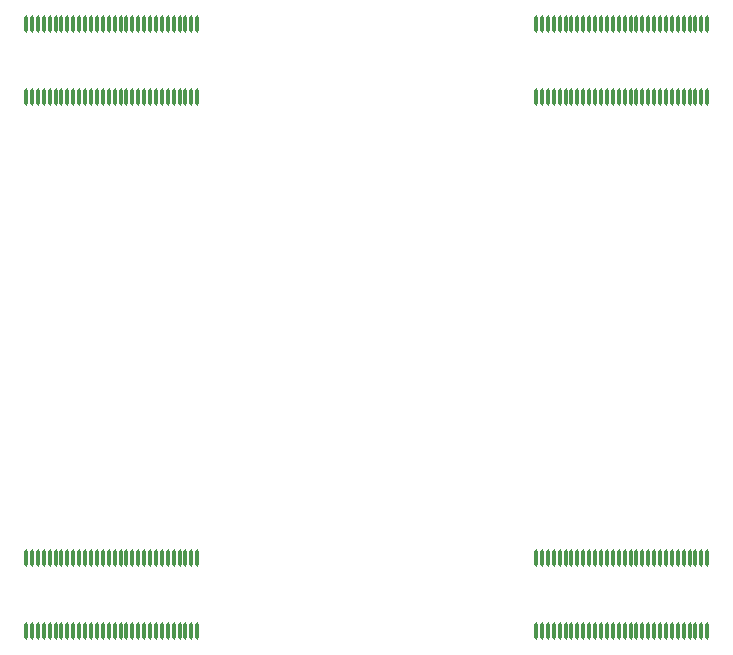
<source format=gbp>
G04 Layer_Color=128*
%FSLAX44Y44*%
%MOMM*%
G71*
G01*
G75*
G04:AMPARAMS|DCode=45|XSize=0.3mm|YSize=1.448mm|CornerRadius=0.15mm|HoleSize=0mm|Usage=FLASHONLY|Rotation=180.000|XOffset=0mm|YOffset=0mm|HoleType=Round|Shape=RoundedRectangle|*
%AMROUNDEDRECTD45*
21,1,0.3000,1.1480,0,0,180.0*
21,1,0.0000,1.4480,0,0,180.0*
1,1,0.3000,0.0000,0.5740*
1,1,0.3000,0.0000,0.5740*
1,1,0.3000,0.0000,-0.5740*
1,1,0.3000,0.0000,-0.5740*
%
%ADD45ROUNDEDRECTD45*%
D45*
X466500Y536950D02*
D03*
Y475150D02*
D03*
X461500Y536950D02*
D03*
Y475150D02*
D03*
X456500Y536950D02*
D03*
Y475150D02*
D03*
X451500Y536950D02*
D03*
Y475150D02*
D03*
X446500Y536950D02*
D03*
Y475150D02*
D03*
X441500Y536950D02*
D03*
Y475150D02*
D03*
X436500Y536950D02*
D03*
Y475150D02*
D03*
X431500Y536950D02*
D03*
Y475150D02*
D03*
X426500Y536950D02*
D03*
Y475150D02*
D03*
X421500Y536950D02*
D03*
Y475150D02*
D03*
X416500Y536950D02*
D03*
Y475150D02*
D03*
X411500Y536950D02*
D03*
Y475150D02*
D03*
X406500Y536950D02*
D03*
Y475150D02*
D03*
X401500Y536950D02*
D03*
Y475150D02*
D03*
X396500Y536950D02*
D03*
Y475150D02*
D03*
X391500Y536950D02*
D03*
Y475150D02*
D03*
X386500Y536950D02*
D03*
Y475150D02*
D03*
X381500Y536950D02*
D03*
Y475150D02*
D03*
X376500Y536950D02*
D03*
X371500D02*
D03*
Y475150D02*
D03*
X366500Y536950D02*
D03*
Y475150D02*
D03*
X361500Y536950D02*
D03*
Y475150D02*
D03*
X356500Y536950D02*
D03*
Y475150D02*
D03*
X351500Y536950D02*
D03*
Y475150D02*
D03*
X346500Y536950D02*
D03*
Y475150D02*
D03*
X341500Y536950D02*
D03*
Y475150D02*
D03*
X336500Y536950D02*
D03*
Y475150D02*
D03*
X331500Y536950D02*
D03*
Y475150D02*
D03*
X326500Y536950D02*
D03*
Y475150D02*
D03*
X321500Y536950D02*
D03*
Y475150D02*
D03*
X376500D02*
D03*
Y23050D02*
D03*
X321500D02*
D03*
Y84850D02*
D03*
X326500Y23050D02*
D03*
Y84850D02*
D03*
X331500Y23050D02*
D03*
Y84850D02*
D03*
X336500Y23050D02*
D03*
Y84850D02*
D03*
X341500Y23050D02*
D03*
Y84850D02*
D03*
X346500Y23050D02*
D03*
Y84850D02*
D03*
X351500Y23050D02*
D03*
Y84850D02*
D03*
X356500Y23050D02*
D03*
Y84850D02*
D03*
X361500Y23050D02*
D03*
Y84850D02*
D03*
X366500Y23050D02*
D03*
Y84850D02*
D03*
X371500Y23050D02*
D03*
Y84850D02*
D03*
X376500D02*
D03*
X381500Y23050D02*
D03*
Y84850D02*
D03*
X386500Y23050D02*
D03*
Y84850D02*
D03*
X391500Y23050D02*
D03*
Y84850D02*
D03*
X396500Y23050D02*
D03*
Y84850D02*
D03*
X401500Y23050D02*
D03*
Y84850D02*
D03*
X406500Y23050D02*
D03*
Y84850D02*
D03*
X411500Y23050D02*
D03*
Y84850D02*
D03*
X416500Y23050D02*
D03*
Y84850D02*
D03*
X421500Y23050D02*
D03*
Y84850D02*
D03*
X426500Y23050D02*
D03*
Y84850D02*
D03*
X431500Y23050D02*
D03*
Y84850D02*
D03*
X436500Y23050D02*
D03*
Y84850D02*
D03*
X441500Y23050D02*
D03*
Y84850D02*
D03*
X446500Y23050D02*
D03*
Y84850D02*
D03*
X451500Y23050D02*
D03*
Y84850D02*
D03*
X456500Y23050D02*
D03*
Y84850D02*
D03*
X461500Y23050D02*
D03*
Y84850D02*
D03*
X466500Y23050D02*
D03*
Y84850D02*
D03*
X898300D02*
D03*
Y23050D02*
D03*
X893300Y84850D02*
D03*
Y23050D02*
D03*
X888300Y84850D02*
D03*
Y23050D02*
D03*
X883300Y84850D02*
D03*
Y23050D02*
D03*
X878300Y84850D02*
D03*
Y23050D02*
D03*
X873300Y84850D02*
D03*
Y23050D02*
D03*
X868300Y84850D02*
D03*
Y23050D02*
D03*
X863300Y84850D02*
D03*
Y23050D02*
D03*
X858300Y84850D02*
D03*
Y23050D02*
D03*
X853300Y84850D02*
D03*
Y23050D02*
D03*
X848300Y84850D02*
D03*
Y23050D02*
D03*
X843300Y84850D02*
D03*
Y23050D02*
D03*
X838300Y84850D02*
D03*
Y23050D02*
D03*
X833300Y84850D02*
D03*
Y23050D02*
D03*
X828300Y84850D02*
D03*
Y23050D02*
D03*
X823300Y84850D02*
D03*
Y23050D02*
D03*
X818300Y84850D02*
D03*
Y23050D02*
D03*
X813300Y84850D02*
D03*
Y23050D02*
D03*
X808300Y84850D02*
D03*
X803300D02*
D03*
Y23050D02*
D03*
X798300Y84850D02*
D03*
Y23050D02*
D03*
X793300Y84850D02*
D03*
Y23050D02*
D03*
X788300Y84850D02*
D03*
Y23050D02*
D03*
X783300Y84850D02*
D03*
Y23050D02*
D03*
X778300Y84850D02*
D03*
Y23050D02*
D03*
X773300Y84850D02*
D03*
Y23050D02*
D03*
X768300Y84850D02*
D03*
Y23050D02*
D03*
X763300Y84850D02*
D03*
Y23050D02*
D03*
X758300Y84850D02*
D03*
Y23050D02*
D03*
X753300Y84850D02*
D03*
Y23050D02*
D03*
X808300D02*
D03*
Y475150D02*
D03*
X753300D02*
D03*
Y536950D02*
D03*
X758300Y475150D02*
D03*
Y536950D02*
D03*
X763300Y475150D02*
D03*
Y536950D02*
D03*
X768300Y475150D02*
D03*
Y536950D02*
D03*
X773300Y475150D02*
D03*
Y536950D02*
D03*
X778300Y475150D02*
D03*
Y536950D02*
D03*
X783300Y475150D02*
D03*
Y536950D02*
D03*
X788300Y475150D02*
D03*
Y536950D02*
D03*
X793300Y475150D02*
D03*
Y536950D02*
D03*
X798300Y475150D02*
D03*
Y536950D02*
D03*
X803300Y475150D02*
D03*
Y536950D02*
D03*
X808300D02*
D03*
X813300Y475150D02*
D03*
Y536950D02*
D03*
X818300Y475150D02*
D03*
Y536950D02*
D03*
X823300Y475150D02*
D03*
Y536950D02*
D03*
X828300Y475150D02*
D03*
Y536950D02*
D03*
X833300Y475150D02*
D03*
Y536950D02*
D03*
X838300Y475150D02*
D03*
Y536950D02*
D03*
X843300Y475150D02*
D03*
Y536950D02*
D03*
X848300Y475150D02*
D03*
Y536950D02*
D03*
X853300Y475150D02*
D03*
Y536950D02*
D03*
X858300Y475150D02*
D03*
Y536950D02*
D03*
X863300Y475150D02*
D03*
Y536950D02*
D03*
X868300Y475150D02*
D03*
Y536950D02*
D03*
X873300Y475150D02*
D03*
Y536950D02*
D03*
X878300Y475150D02*
D03*
Y536950D02*
D03*
X883300Y475150D02*
D03*
Y536950D02*
D03*
X888300Y475150D02*
D03*
Y536950D02*
D03*
X893300Y475150D02*
D03*
Y536950D02*
D03*
X898300Y475150D02*
D03*
Y536950D02*
D03*
M02*

</source>
